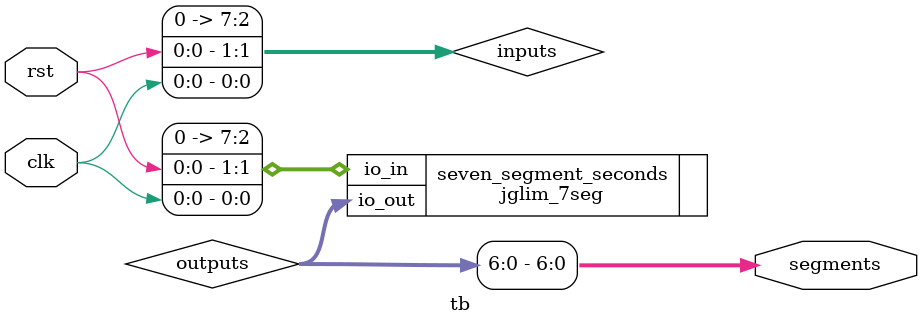
<source format=v>
`default_nettype none
`timescale 1ns/1ps

/*
this testbench just instantiates the module and makes some convenient wires
that can be driven / tested by the cocotb test.py
*/

module tb (
    // testbench is controlled by test.py
    input clk,
    input rst,
    output [6:0] segments
   );

    // this part dumps the trace to a vcd file that can be viewed with GTKWave
    initial begin
        $dumpfile ("tb.vcd");
        $dumpvars (0, tb);
        #1;
    end

    // wire up the inputs and outputs
    wire [7:0] inputs = {6'b0, rst, clk};
    wire [7:0] outputs;
    assign segments = outputs[6:0];

    // instantiate the DUT
    jglim_7seg seven_segment_seconds(
        .io_in  (inputs),
        .io_out (outputs)
        );

endmodule

</source>
